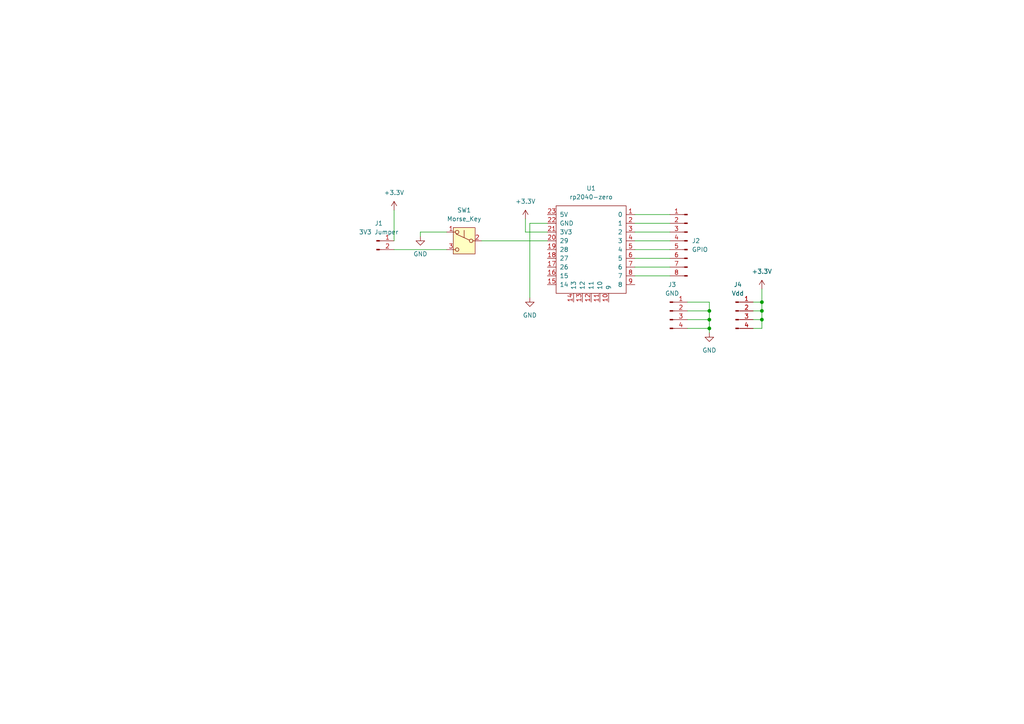
<source format=kicad_sch>
(kicad_sch (version 20230121) (generator eeschema)
  (paper "A4")
  (lib_symbols
    (symbol "Connector:Conn_01x02_Pin" (pin_names (offset 1.016) hide)
      (property "Reference" "J" (at 0 2.54 0))
      (property "Value" "Conn_01x02_Pin" (at 0 -5.08 0))
      (symbol "Conn_01x02_Pin_1_1"
        (polyline (pts (xy 1.27 -2.54) (xy 0.8636 -2.54)) (stroke (width 0.1524)))
        (polyline (pts (xy 1.27 0) (xy 0.8636 0)) (stroke (width 0.1524)))
        (rectangle (start 0.8636 -2.413) (end 0 -2.667) (stroke (width 0.1524)) (fill (type outline)))
        (rectangle (start 0.8636 0.127) (end 0 -0.127) (stroke (width 0.1524)) (fill (type outline)))
        (pin passive line (at 5.08 0 180) (length 3.81) (name "Pin_1") (number "1"))
        (pin passive line (at 5.08 -2.54 180) (length 3.81) (name "Pin_2") (number "2"))
      )
    )
    (symbol "Connector:Conn_01x04_Pin" (pin_names (offset 1.016) hide)
      (property "Reference" "J" (at 0 5.08 0))
      (property "Value" "Conn_01x04_Pin" (at 0 -7.62 0))
      (symbol "Conn_01x04_Pin_1_1"
        (polyline (pts (xy 1.27 -5.08) (xy 0.8636 -5.08)) (stroke (width 0.1524)))
        (polyline (pts (xy 1.27 -2.54) (xy 0.8636 -2.54)) (stroke (width 0.1524)))
        (polyline (pts (xy 1.27 0) (xy 0.8636 0)) (stroke (width 0.1524)))
        (polyline (pts (xy 1.27 2.54) (xy 0.8636 2.54)) (stroke (width 0.1524)))
        (rectangle (start 0.8636 -4.953) (end 0 -5.207) (stroke (width 0.1524)) (fill (type outline)))
        (rectangle (start 0.8636 -2.413) (end 0 -2.667) (stroke (width 0.1524)) (fill (type outline)))
        (rectangle (start 0.8636 0.127) (end 0 -0.127) (stroke (width 0.1524)) (fill (type outline)))
        (rectangle (start 0.8636 2.667) (end 0 2.413) (stroke (width 0.1524)) (fill (type outline)))
        (pin passive line (at 5.08 2.54 180) (length 3.81) (name "Pin_1") (number "1"))
        (pin passive line (at 5.08 0 180) (length 3.81) (name "Pin_2") (number "2"))
        (pin passive line (at 5.08 -2.54 180) (length 3.81) (name "Pin_3") (number "3"))
        (pin passive line (at 5.08 -5.08 180) (length 3.81) (name "Pin_4") (number "4"))
      )
    )
    (symbol "Connector:Conn_01x08_Pin" (pin_names (offset 1.016) hide)
      (property "Reference" "J" (at 0 10.16 0))
      (property "Value" "Conn_01x08_Pin" (at 0 -12.7 0))
      (symbol "Conn_01x08_Pin_1_1"
        (polyline (pts (xy 1.27 -10.16) (xy 0.8636 -10.16)) (stroke (width 0.1524)))
        (polyline (pts (xy 1.27 -7.62) (xy 0.8636 -7.62)) (stroke (width 0.1524)))
        (polyline (pts (xy 1.27 -5.08) (xy 0.8636 -5.08)) (stroke (width 0.1524)))
        (polyline (pts (xy 1.27 -2.54) (xy 0.8636 -2.54)) (stroke (width 0.1524)))
        (polyline (pts (xy 1.27 0) (xy 0.8636 0)) (stroke (width 0.1524)))
        (polyline (pts (xy 1.27 2.54) (xy 0.8636 2.54)) (stroke (width 0.1524)))
        (polyline (pts (xy 1.27 5.08) (xy 0.8636 5.08)) (stroke (width 0.1524)))
        (polyline (pts (xy 1.27 7.62) (xy 0.8636 7.62)) (stroke (width 0.1524)))
        (rectangle (start 0.8636 -10.033) (end 0 -10.287) (stroke (width 0.1524)) (fill (type outline)))
        (rectangle (start 0.8636 -7.493) (end 0 -7.747) (stroke (width 0.1524)) (fill (type outline)))
        (rectangle (start 0.8636 -4.953) (end 0 -5.207) (stroke (width 0.1524)) (fill (type outline)))
        (rectangle (start 0.8636 -2.413) (end 0 -2.667) (stroke (width 0.1524)) (fill (type outline)))
        (rectangle (start 0.8636 0.127) (end 0 -0.127) (stroke (width 0.1524)) (fill (type outline)))
        (rectangle (start 0.8636 2.667) (end 0 2.413) (stroke (width 0.1524)) (fill (type outline)))
        (rectangle (start 0.8636 5.207) (end 0 4.953) (stroke (width 0.1524)) (fill (type outline)))
        (rectangle (start 0.8636 7.747) (end 0 7.493) (stroke (width 0.1524)) (fill (type outline)))
        (pin passive line (at 5.08 7.62 180) (length 3.81) (name "Pin_1") (number "1"))
        (pin passive line (at 5.08 5.08 180) (length 3.81) (name "Pin_2") (number "2"))
        (pin passive line (at 5.08 2.54 180) (length 3.81) (name "Pin_3") (number "3"))
        (pin passive line (at 5.08 0 180) (length 3.81) (name "Pin_4") (number "4"))
        (pin passive line (at 5.08 -2.54 180) (length 3.81) (name "Pin_5") (number "5"))
        (pin passive line (at 5.08 -5.08 180) (length 3.81) (name "Pin_6") (number "6"))
        (pin passive line (at 5.08 -7.62 180) (length 3.81) (name "Pin_7") (number "7"))
        (pin passive line (at 5.08 -10.16 180) (length 3.81) (name "Pin_8") (number "8"))
      )
    )
    (symbol "Switch:SW_Push_SPDT" (pin_names (offset 0) hide)
      (property "Reference" "SW" (at 0 5.08 0))
      (property "Value" "SW_Push_SPDT" (at 0 -5.08 0))
      (symbol "SW_Push_SPDT_0_0"
        (circle (center -2.032 0) (radius 0.508))
        (polyline (pts (xy 0 1.016) (xy 0 3.048)))
        (circle (center 2.032 -2.54) (radius 0.508))
      )
      (symbol "SW_Push_SPDT_0_1"
        (polyline (pts (xy -1.524 0.2032) (xy 2.3368 1.9812)))
        (circle (center 2.032 2.54) (radius 0.508))
      )
      (symbol "SW_Push_SPDT_1_1"
        (rectangle (start -3.175 3.81) (end 3.175 -3.81) (fill (type background)))
        (pin passive line (at 5.08 2.54 180) (length 2.54) (name "A") (number "1"))
        (pin passive line (at -5.08 0 0) (length 2.54) (name "B") (number "2"))
        (pin passive line (at 5.08 -2.54 180) (length 2.54) (name "C") (number "3"))
      )
    )
    (symbol "mcu:rp2040-zero" (pin_names (offset 1.016))
      (property "Reference" "U" (at 0 15.24 0))
      (property "Value" "rp2040-zero" (at 0 12.7 0))
      (symbol "rp2040-zero_0_1"
        (rectangle (start -10.16 11.43) (end 10.16 -13.97))
      )
      (symbol "rp2040-zero_1_1"
        (pin bidirectional line (at 12.7 8.89 180) (length 2.54) (name "0") (number "1"))
        (pin bidirectional line (at 5.08 -16.51 90) (length 2.54) (name "9") (number "10"))
        (pin bidirectional line (at 2.54 -16.51 90) (length 2.54) (name "10") (number "11"))
        (pin bidirectional line (at 0 -16.51 90) (length 2.54) (name "11") (number "12"))
        (pin bidirectional line (at -2.54 -16.51 90) (length 2.54) (name "12") (number "13"))
        (pin bidirectional line (at -5.08 -16.51 90) (length 2.54) (name "13") (number "14"))
        (pin bidirectional line (at -12.7 -11.43 0) (length 2.54) (name "14") (number "15"))
        (pin bidirectional line (at -12.7 -8.89 0) (length 2.54) (name "15") (number "16"))
        (pin bidirectional line (at -12.7 -6.35 0) (length 2.54) (name "26") (number "17"))
        (pin bidirectional line (at -12.7 -3.81 0) (length 2.54) (name "27") (number "18"))
        (pin bidirectional line (at -12.7 -1.27 0) (length 2.54) (name "28") (number "19"))
        (pin bidirectional line (at 12.7 6.35 180) (length 2.54) (name "1") (number "2"))
        (pin bidirectional line (at -12.7 1.27 0) (length 2.54) (name "29") (number "20"))
        (pin power_out line (at -12.7 3.81 0) (length 2.54) (name "3V3") (number "21"))
        (pin power_out line (at -12.7 6.35 0) (length 2.54) (name "GND") (number "22"))
        (pin power_out line (at -12.7 8.89 0) (length 2.54) (name "5V") (number "23"))
        (pin bidirectional line (at 12.7 3.81 180) (length 2.54) (name "2") (number "3"))
        (pin bidirectional line (at 12.7 1.27 180) (length 2.54) (name "3") (number "4"))
        (pin bidirectional line (at 12.7 -1.27 180) (length 2.54) (name "4") (number "5"))
        (pin bidirectional line (at 12.7 -3.81 180) (length 2.54) (name "5") (number "6"))
        (pin bidirectional line (at 12.7 -6.35 180) (length 2.54) (name "6") (number "7"))
        (pin bidirectional line (at 12.7 -8.89 180) (length 2.54) (name "7") (number "8"))
        (pin bidirectional line (at 12.7 -11.43 180) (length 2.54) (name "8") (number "9"))
      )
    )
    (symbol "power:+3.3V" (power) (pin_names (offset 0))
      (property "Value" "+3.3V" (at 0 3.556 0))
      (symbol "+3.3V_0_1"
        (polyline (pts (xy -0.762 1.27) (xy 0 2.54)))
        (polyline (pts (xy 0 0) (xy 0 2.54)))
        (polyline (pts (xy 0 2.54) (xy 0.762 1.27)))
      )
      (symbol "+3.3V_1_1"
        (pin power_in line (at 0 0 90) (length 0) hide (name "+3.3V") (number "1"))
      )
    )
    (symbol "power:GND" (power) (pin_names (offset 0))
      (property "Value" "GND" (at 0 -3.81 0))
      (symbol "GND_0_1"
        (polyline (pts (xy 0 0) (xy 0 -1.27) (xy 1.27 -1.27) (xy 0 -2.54) (xy -1.27 -1.27) (xy 0 -1.27)))
      )
      (symbol "GND_1_1"
        (pin power_in line (at 0 0 270) (length 0) hide (name "GND") (number "1"))
      )
    )
  )
  (junction (at 205.74 92.71))
  (junction (at 220.98 90.17))
  (junction (at 220.98 92.71))
  (junction (at 220.98 87.63))
  (junction (at 205.74 90.17))
  (junction (at 205.74 95.25))
  (wire (pts (xy 220.98 95.25) (xy 220.98 92.71)))
  (wire (pts (xy 205.74 95.25) (xy 205.74 96.52)))
  (wire (pts (xy 184.15 80.01) (xy 194.31 80.01)))
  (wire (pts (xy 139.7 69.85) (xy 158.75 69.85)))
  (wire (pts (xy 184.15 77.47) (xy 194.31 77.47)))
  (wire (pts (xy 199.39 92.71) (xy 205.74 92.71)))
  (wire (pts (xy 199.39 87.63) (xy 205.74 87.63)))
  (wire (pts (xy 114.3 60.96) (xy 114.3 69.85)))
  (wire (pts (xy 218.44 95.25) (xy 220.98 95.25)))
  (wire (pts (xy 220.98 87.63) (xy 220.98 83.82)))
  (wire (pts (xy 152.4 67.31) (xy 152.4 63.5)))
  (wire (pts (xy 218.44 92.71) (xy 220.98 92.71)))
  (wire (pts (xy 205.74 87.63) (xy 205.74 90.17)))
  (wire (pts (xy 158.75 67.31) (xy 152.4 67.31)))
  (wire (pts (xy 153.67 64.77) (xy 153.67 86.36)))
  (wire (pts (xy 218.44 90.17) (xy 220.98 90.17)))
  (wire (pts (xy 184.15 74.93) (xy 194.31 74.93)))
  (wire (pts (xy 184.15 62.23) (xy 194.31 62.23)))
  (wire (pts (xy 158.75 64.77) (xy 153.67 64.77)))
  (wire (pts (xy 220.98 90.17) (xy 220.98 87.63)))
  (wire (pts (xy 121.92 67.31) (xy 121.92 68.58)))
  (wire (pts (xy 218.44 87.63) (xy 220.98 87.63)))
  (wire (pts (xy 184.15 69.85) (xy 194.31 69.85)))
  (wire (pts (xy 205.74 92.71) (xy 205.74 95.25)))
  (wire (pts (xy 129.54 67.31) (xy 121.92 67.31)))
  (wire (pts (xy 220.98 92.71) (xy 220.98 90.17)))
  (wire (pts (xy 184.15 67.31) (xy 194.31 67.31)))
  (wire (pts (xy 199.39 90.17) (xy 205.74 90.17)))
  (wire (pts (xy 114.3 72.39) (xy 129.54 72.39)))
  (wire (pts (xy 199.39 95.25) (xy 205.74 95.25)))
  (wire (pts (xy 184.15 72.39) (xy 194.31 72.39)))
  (wire (pts (xy 184.15 64.77) (xy 194.31 64.77)))
  (wire (pts (xy 205.74 90.17) (xy 205.74 92.71)))
  (symbol (lib_id "power:GND") (at 121.92 68.58 0) (unit 1)
    (property "Reference" "#PWR01" (effects hide))
    (property "Value" "GND" (at 121.92 73.66 0))
  )
  (symbol (lib_id "power:+3.3V") (at 114.3 60.96 0) (unit 1)
    (property "Reference" "#PWR02" (effects hide))
    (property "Value" "+3.3V" (at 114.3 55.88 0))
  )
  (symbol (lib_id "Connector:Conn_01x04_Pin") (at 194.31 90.17 0) (unit 1)
    (property "Reference" "J3" (at 194.945 82.55 0))
    (property "Value" "GND" (at 194.945 85.09 0))
    (property "Footprint" "Connector_PinSocket_2.54mm:PinSocket_1x04_P2.54mm_Vertical" (effects hide))
  )
  (symbol (lib_id "Connector:Conn_01x02_Pin") (at 109.22 69.85 0) (unit 1)
    (property "Reference" "J1" (at 109.855 64.77 0))
    (property "Value" "3V3 Jumper" (at 109.855 67.31 0))
    (property "Footprint" "Connector_PinSocket_2.54mm:PinSocket_1x02_P2.54mm_Vertical" (effects hide))
  )
  (symbol (lib_id "Connector:Conn_01x08_Pin") (at 199.39 69.85 0) (mirror y) (unit 1)
    (property "Reference" "J2" (at 200.66 69.85 0) (effects (justify right)))
    (property "Value" "GPIO" (at 200.66 72.39 0) (effects (justify right)))
    (property "Footprint" "Connector_PinSocket_2.54mm:PinSocket_1x08_P2.54mm_Vertical" (effects hide))
  )
  (symbol (lib_id "mcu:rp2040-zero") (at 171.45 71.12 0) (unit 1)
    (property "Reference" "U1" (at 171.45 54.61 0))
    (property "Value" "rp2040-zero" (at 171.45 57.15 0))
    (property "Footprint" "morse_keyboard:rp2040-zero-tht" (effects hide))
  )
  (symbol (lib_id "Connector:Conn_01x04_Pin") (at 213.36 90.17 0) (unit 1)
    (property "Reference" "J4" (at 213.995 82.55 0))
    (property "Value" "Vdd" (at 213.995 85.09 0))
    (property "Footprint" "Connector_PinSocket_2.54mm:PinSocket_1x04_P2.54mm_Vertical" (effects hide))
  )
  (symbol (lib_id "Switch:SW_Push_SPDT") (at 134.62 69.85 0) (mirror y) (unit 1)
    (property "Reference" "SW1" (at 134.62 60.96 0))
    (property "Value" "Morse_Key" (at 134.62 63.5 0))
    (property "Footprint" "morse_keyboard:mose_key_button" (effects hide))
  )
  (symbol (lib_id "power:+3.3V") (at 152.4 63.5 0) (unit 1)
    (property "Reference" "#PWR03" (effects hide))
    (property "Value" "+3.3V" (at 152.4 58.42 0))
  )
  (symbol (lib_id "power:GND") (at 153.67 86.36 0) (unit 1)
    (property "Reference" "#PWR04" (effects hide))
    (property "Value" "GND" (at 153.67 91.44 0))
  )
  (symbol (lib_id "power:+3.3V") (at 220.98 83.82 0) (unit 1)
    (property "Reference" "#PWR06" (effects hide))
    (property "Value" "+3.3V" (at 220.98 78.74 0))
  )
  (symbol (lib_id "power:GND") (at 205.74 96.52 0) (unit 1)
    (property "Reference" "#PWR05" (effects hide))
    (property "Value" "GND" (at 205.74 101.6 0))
  )
)
</source>
